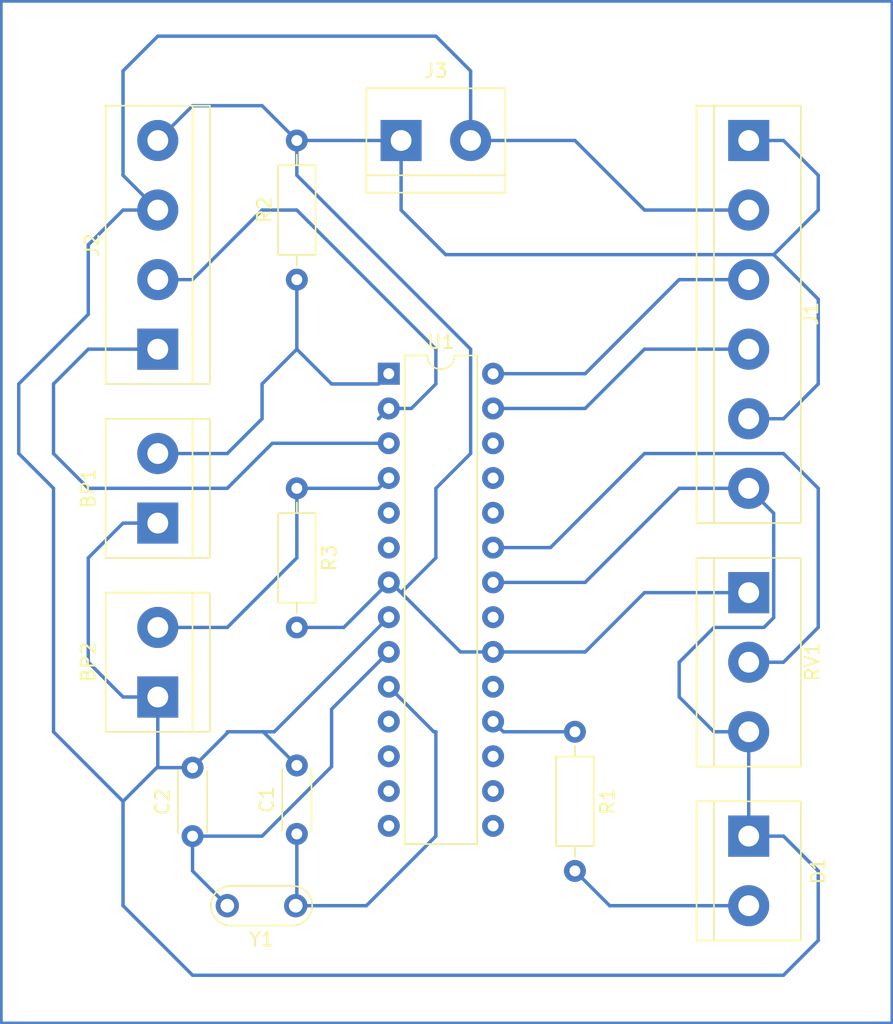
<source format=kicad_pcb>
(kicad_pcb (version 20221018) (generator pcbnew)
  (layers (0 "F.Cu" signal) (31 "B.Cu" signal) (34 "B.Paste" user) (35 "F.Paste" user) (36 "B.SilkS" user "B.Silkscreen") (37 "F.SilkS" user "F.Silkscreen") (38 "B.Mask" user) (39 "F.Mask" user) (44 "Edge.Cuts" user))
  (net 0 "")
  (net 1 "Net-(U1-~{RESET}{slash}PC6)")
  (net 2 "Net-(U1-PD2)")
  (net 3 "Net-(U1-XTAL2{slash}PB7)")
  (net 4 "OE")
  (net 5 "Net-(U1-XTAL1{slash}PB6)")
  (net 6 "Net-(D1-A)")
  (net 7 "V+")
  (net 8 "SCL")
  (net 9 "SDA")
  (net 10 "TXD")
  (net 11 "RXD")
  (net 12 "Net-(U1-PB4)")
  (net 13 "A0")
  (footprint "Capacitor_THT:C_Disc_D4.3mm_W1.9mm_P5.00mm" (layer "F.Cu") (at 130.81 119.38 90)
    (fp_text reference "C2" (at 2.5 -2.2 90) (layer "F.SilkS"))
    (fp_text value "22pF")
    (fp_line (start 0.23 -1.07) (end 0.23 -1.055) (stroke (width 0.12)) (layer "F.SilkS"))
    (fp_line (start 0.23 -1.07) (end 4.77 -1.07) (stroke (width 0.12)) (layer "F.SilkS"))
    (fp_line (start 0.23 1.055) (end 0.23 1.07) (stroke (width 0.12)) (layer "F.SilkS"))
    (fp_line (start 0.23 1.07) (end 4.77 1.07) (stroke (width 0.12)) (layer "F.SilkS"))
    (fp_line (start 4.77 -1.07) (end 4.77 -1.055) (stroke (width 0.12)) (layer "F.SilkS"))
    (fp_line (start 4.77 1.055) (end 4.77 1.07) (stroke (width 0.12)) (layer "F.SilkS"))
    (pad "1" thru_hole circle (at 0 0 90) (size 1.6 1.6) (drill 0.8) (layers "*.Cu" "*.Mask") (net 5 "Net-(U1-XTAL1{slash}PB6)"))
    (pad "2" thru_hole circle (at 5 0 90) (size 1.6 1.6) (drill 0.8) (layers "*.Cu" "*.Mask") (net 4 "OE"))
  )
  (footprint "Resistor_THT:R_Axial_DIN0207_L6.3mm_D2.5mm_P10.16mm_Horizontal" (layer "F.Cu") (at 158.75 111.76 -90)
    (fp_text reference "R1" (at 5.08 -2.37 90) (layer "F.SilkS"))
    (fp_text value "220")
    (fp_line (start 1.04 0) (end 1.81 0) (stroke (width 0.12)) (layer "F.SilkS"))
    (fp_line (start 1.81 -1.37) (end 1.81 1.37) (stroke (width 0.12)) (layer "F.SilkS"))
    (fp_line (start 1.81 1.37) (end 8.35 1.37) (stroke (width 0.12)) (layer "F.SilkS"))
    (fp_line (start 8.35 -1.37) (end 1.81 -1.37) (stroke (width 0.12)) (layer "F.SilkS"))
    (fp_line (start 8.35 1.37) (end 8.35 -1.37) (stroke (width 0.12)) (layer "F.SilkS"))
    (fp_line (start 9.12 0) (end 8.35 0) (stroke (width 0.12)) (layer "F.SilkS"))
    (pad "1" thru_hole circle (at 0 0 270) (size 1.6 1.6) (drill 0.8) (layers "*.Cu" "*.Mask") (net 12 "Net-(U1-PB4)"))
    (pad "2" thru_hole oval (at 10.16 0 270) (size 1.6 1.6) (drill 0.8) (layers "*.Cu" "*.Mask") (net 6 "Net-(D1-A)"))
  )
  (footprint "Capacitor_THT:C_Disc_D4.3mm_W1.9mm_P5.00mm" (layer "F.Cu") (at 138.43 119.22 90)
    (fp_text reference "C1" (at 2.5 -2.2 90) (layer "F.SilkS"))
    (fp_text value "22pF")
    (fp_line (start 0.23 -1.07) (end 0.23 -1.055) (stroke (width 0.12)) (layer "F.SilkS"))
    (fp_line (start 0.23 -1.07) (end 4.77 -1.07) (stroke (width 0.12)) (layer "F.SilkS"))
    (fp_line (start 0.23 1.055) (end 0.23 1.07) (stroke (width 0.12)) (layer "F.SilkS"))
    (fp_line (start 0.23 1.07) (end 4.77 1.07) (stroke (width 0.12)) (layer "F.SilkS"))
    (fp_line (start 4.77 -1.07) (end 4.77 -1.055) (stroke (width 0.12)) (layer "F.SilkS"))
    (fp_line (start 4.77 1.055) (end 4.77 1.07) (stroke (width 0.12)) (layer "F.SilkS"))
    (pad "1" thru_hole circle (at 0 0 90) (size 1.6 1.6) (drill 0.8) (layers "*.Cu" "*.Mask") (net 3 "Net-(U1-XTAL2{slash}PB7)"))
    (pad "2" thru_hole circle (at 5 0 90) (size 1.6 1.6) (drill 0.8) (layers "*.Cu" "*.Mask") (net 4 "OE"))
  )
  (footprint "Resistor_THT:R_Axial_DIN0207_L6.3mm_D2.5mm_P10.16mm_Horizontal" (layer "F.Cu") (at 138.43 78.74 90)
    (fp_text reference "R2" (at 5.08 -2.37 90) (layer "F.SilkS"))
    (fp_text value "1K")
    (fp_line (start 1.04 0) (end 1.81 0) (stroke (width 0.12)) (layer "F.SilkS"))
    (fp_line (start 1.81 -1.37) (end 1.81 1.37) (stroke (width 0.12)) (layer "F.SilkS"))
    (fp_line (start 1.81 1.37) (end 8.35 1.37) (stroke (width 0.12)) (layer "F.SilkS"))
    (fp_line (start 8.35 -1.37) (end 1.81 -1.37) (stroke (width 0.12)) (layer "F.SilkS"))
    (fp_line (start 8.35 1.37) (end 8.35 -1.37) (stroke (width 0.12)) (layer "F.SilkS"))
    (fp_line (start 9.12 0) (end 8.35 0) (stroke (width 0.12)) (layer "F.SilkS"))
    (pad "1" thru_hole circle (at 0 0 90) (size 1.6 1.6) (drill 0.8) (layers "*.Cu" "*.Mask") (net 1 "Net-(U1-~{RESET}{slash}PC6)"))
    (pad "2" thru_hole oval (at 10.16 0 90) (size 1.6 1.6) (drill 0.8) (layers "*.Cu" "*.Mask") (net 7 "V+"))
  )
  (footprint "Resistor_THT:R_Axial_DIN0207_L6.3mm_D2.5mm_P10.16mm_Horizontal" (layer "F.Cu") (at 138.43 93.98 -90)
    (fp_text reference "R3" (at 5.08 -2.37 90) (layer "F.SilkS"))
    (fp_text value "1K")
    (fp_line (start 1.04 0) (end 1.81 0) (stroke (width 0.12)) (layer "F.SilkS"))
    (fp_line (start 1.81 -1.37) (end 1.81 1.37) (stroke (width 0.12)) (layer "F.SilkS"))
    (fp_line (start 1.81 1.37) (end 8.35 1.37) (stroke (width 0.12)) (layer "F.SilkS"))
    (fp_line (start 8.35 -1.37) (end 1.81 -1.37) (stroke (width 0.12)) (layer "F.SilkS"))
    (fp_line (start 8.35 1.37) (end 8.35 -1.37) (stroke (width 0.12)) (layer "F.SilkS"))
    (fp_line (start 9.12 0) (end 8.35 0) (stroke (width 0.12)) (layer "F.SilkS"))
    (pad "1" thru_hole circle (at 0 0 270) (size 1.6 1.6) (drill 0.8) (layers "*.Cu" "*.Mask") (net 2 "Net-(U1-PD2)"))
    (pad "2" thru_hole oval (at 10.16 0 270) (size 1.6 1.6) (drill 0.8) (layers "*.Cu" "*.Mask") (net 7 "V+"))
  )
  (footprint "TerminalBlock:TerminalBlock_bornier-3_P5.08mm" (layer "F.Cu") (at 171.45 101.6 -90)
    (fp_text reference "RV1" (at 5.05 -4.65 90) (layer "F.SilkS"))
    (fp_text value "10K")
    (fp_line (start -2.54 -3.81) (end 12.7 -3.81) (stroke (width 0.12)) (layer "F.SilkS"))
    (fp_line (start -2.54 2.54) (end 12.7 2.54) (stroke (width 0.12)) (layer "F.SilkS"))
    (fp_line (start -2.54 3.81) (end -2.54 -3.81) (stroke (width 0.12)) (layer "F.SilkS"))
    (fp_line (start -2.54 3.81) (end 12.7 3.81) (stroke (width 0.12)) (layer "F.SilkS"))
    (fp_line (start 12.7 3.81) (end 12.7 -3.81) (stroke (width 0.12)) (layer "F.SilkS"))
    (pad "1" thru_hole rect (at 0 0 270) (size 3 3) (drill 1.52) (layers "*.Cu" "*.Mask") (net 7 "V+"))
    (pad "2" thru_hole circle (at 5.08 0 270) (size 3 3) (drill 1.52) (layers "*.Cu" "*.Mask") (net 13 "A0"))
    (pad "3" thru_hole circle (at 10.16 0 270) (size 3 3) (drill 1.52) (layers "*.Cu" "*.Mask") (net 4 "OE"))
  )
  (footprint "TerminalBlock:TerminalBlock_bornier-2_P5.08mm" (layer "F.Cu") (at 128.27 109.22 90)
    (fp_text reference "BP2" (at 2.54 -5.08 90) (layer "F.SilkS"))
    (fp_text value "ARRET")
    (fp_line (start -2.54 -3.81) (end -2.54 3.81) (stroke (width 0.12)) (layer "F.SilkS"))
    (fp_line (start -2.54 3.81) (end 7.62 3.81) (stroke (width 0.12)) (layer "F.SilkS"))
    (fp_line (start 7.62 -3.81) (end -2.54 -3.81) (stroke (width 0.12)) (layer "F.SilkS"))
    (fp_line (start 7.62 2.54) (end -2.54 2.54) (stroke (width 0.12)) (layer "F.SilkS"))
    (fp_line (start 7.62 3.81) (end 7.62 -3.81) (stroke (width 0.12)) (layer "F.SilkS"))
    (pad "1" thru_hole rect (at 0 0 90) (size 3 3) (drill 1.52) (layers "*.Cu" "*.Mask") (net 4 "OE"))
    (pad "2" thru_hole circle (at 5.08 0 90) (size 3 3) (drill 1.52) (layers "*.Cu" "*.Mask") (net 2 "Net-(U1-PD2)"))
  )
  (footprint "TerminalBlock:TerminalBlock_bornier-2_P5.08mm" (layer "F.Cu") (at 146.05 68.58)
    (fp_text reference "J3" (at 2.54 -5.08) (layer "F.SilkS"))
    (fp_text value "+5V")
    (fp_line (start -2.54 -3.81) (end -2.54 3.81) (stroke (width 0.12)) (layer "F.SilkS"))
    (fp_line (start -2.54 3.81) (end 7.62 3.81) (stroke (width 0.12)) (layer "F.SilkS"))
    (fp_line (start 7.62 -3.81) (end -2.54 -3.81) (stroke (width 0.12)) (layer "F.SilkS"))
    (fp_line (start 7.62 2.54) (end -2.54 2.54) (stroke (width 0.12)) (layer "F.SilkS"))
    (fp_line (start 7.62 3.81) (end 7.62 -3.81) (stroke (width 0.12)) (layer "F.SilkS"))
    (pad "1" thru_hole rect (at 0 0) (size 3 3) (drill 1.52) (layers "*.Cu" "*.Mask") (net 7 "V+"))
    (pad "2" thru_hole circle (at 5.08 0) (size 3 3) (drill 1.52) (layers "*.Cu" "*.Mask") (net 4 "OE"))
  )
  (footprint "TerminalBlock:TerminalBlock_bornier-2_P5.08mm" (layer "F.Cu") (at 171.45 119.38 -90)
    (fp_text reference "D1" (at 2.54 -5.08 90) (layer "F.SilkS"))
    (fp_text value "LED")
    (fp_line (start -2.54 -3.81) (end -2.54 3.81) (stroke (width 0.12)) (layer "F.SilkS"))
    (fp_line (start -2.54 3.81) (end 7.62 3.81) (stroke (width 0.12)) (layer "F.SilkS"))
    (fp_line (start 7.62 -3.81) (end -2.54 -3.81) (stroke (width 0.12)) (layer "F.SilkS"))
    (fp_line (start 7.62 2.54) (end -2.54 2.54) (stroke (width 0.12)) (layer "F.SilkS"))
    (fp_line (start 7.62 3.81) (end 7.62 -3.81) (stroke (width 0.12)) (layer "F.SilkS"))
    (pad "1" thru_hole rect (at 0 0 270) (size 3 3) (drill 1.52) (layers "*.Cu" "*.Mask") (net 4 "OE"))
    (pad "2" thru_hole circle (at 5.08 0 270) (size 3 3) (drill 1.52) (layers "*.Cu" "*.Mask") (net 6 "Net-(D1-A)"))
  )
  (footprint "TerminalBlock:TerminalBlock_bornier-2_P5.08mm" (layer "F.Cu") (at 128.27 96.52 90)
    (fp_text reference "BP1" (at 2.54 -5.08 90) (layer "F.SilkS"))
    (fp_text value "RESET")
    (fp_line (start -2.54 -3.81) (end -2.54 3.81) (stroke (width 0.12)) (layer "F.SilkS"))
    (fp_line (start -2.54 3.81) (end 7.62 3.81) (stroke (width 0.12)) (layer "F.SilkS"))
    (fp_line (start 7.62 -3.81) (end -2.54 -3.81) (stroke (width 0.12)) (layer "F.SilkS"))
    (fp_line (start 7.62 2.54) (end -2.54 2.54) (stroke (width 0.12)) (layer "F.SilkS"))
    (fp_line (start 7.62 3.81) (end 7.62 -3.81) (stroke (width 0.12)) (layer "F.SilkS"))
    (pad "1" thru_hole rect (at 0 0 90) (size 3 3) (drill 1.52) (layers "*.Cu" "*.Mask") (net 4 "OE"))
    (pad "2" thru_hole circle (at 5.08 0 90) (size 3 3) (drill 1.52) (layers "*.Cu" "*.Mask") (net 1 "Net-(U1-~{RESET}{slash}PC6)"))
  )
  (footprint "Package_DIP:DIP-28_W7.62mm" (layer "F.Cu") (at 145.15 85.61)
    (fp_text reference "U1" (at 3.81 -2.33) (layer "F.SilkS"))
    (fp_text value "ATmega328-P")
    (fp_line (start 1.16 -1.33) (end 1.16 34.35) (stroke (width 0.12)) (layer "F.SilkS"))
    (fp_line (start 1.16 34.35) (end 6.46 34.35) (stroke (width 0.12)) (layer "F.SilkS"))
    (fp_line (start 2.81 -1.33) (end 1.16 -1.33) (stroke (width 0.12)) (layer "F.SilkS"))
    (fp_line (start 6.46 -1.33) (end 4.81 -1.33) (stroke (width 0.12)) (layer "F.SilkS"))
    (fp_line (start 6.46 34.35) (end 6.46 -1.33) (stroke (width 0.12)) (layer "F.SilkS"))
    (fp_arc (start 4.81 -1.33) (mid 3.81 -0.33) (end 2.81 -1.33) (stroke (width 0.12)) (layer "F.SilkS"))
    (pad "1" thru_hole rect (at 0 0) (size 1.6 1.6) (drill 0.8) (layers "*.Cu" "*.Mask") (net 1 "Net-(U1-~{RESET}{slash}PC6)"))
    (pad "2" thru_hole oval (at 0 2.54) (size 1.6 1.6) (drill 0.8) (layers "*.Cu" "*.Mask") (net 11 "RXD"))
    (pad "3" thru_hole oval (at 0 5.08) (size 1.6 1.6) (drill 0.8) (layers "*.Cu" "*.Mask") (net 10 "TXD"))
    (pad "4" thru_hole oval (at 0 7.62) (size 1.6 1.6) (drill 0.8) (layers "*.Cu" "*.Mask") (net 2 "Net-(U1-PD2)"))
    (pad "5" thru_hole oval (at 0 10.16) (size 1.6 1.6) (drill 0.8) (layers "*.Cu" "*.Mask"))
    (pad "6" thru_hole oval (at 0 12.7) (size 1.6 1.6) (drill 0.8) (layers "*.Cu" "*.Mask"))
    (pad "7" thru_hole oval (at 0 15.24) (size 1.6 1.6) (drill 0.8) (layers "*.Cu" "*.Mask") (net 7 "V+"))
    (pad "8" thru_hole oval (at 0 17.78) (size 1.6 1.6) (drill 0.8) (layers "*.Cu" "*.Mask") (net 4 "OE"))
    (pad "9" thru_hole oval (at 0 20.32) (size 1.6 1.6) (drill 0.8) (layers "*.Cu" "*.Mask") (net 5 "Net-(U1-XTAL1{slash}PB6)"))
    (pad "10" thru_hole oval (at 0 22.86) (size 1.6 1.6) (drill 0.8) (layers "*.Cu" "*.Mask") (net 3 "Net-(U1-XTAL2{slash}PB7)"))
    (pad "11" thru_hole oval (at 0 25.4) (size 1.6 1.6) (drill 0.8) (layers "*.Cu" "*.Mask"))
    (pad "12" thru_hole oval (at 0 27.94) (size 1.6 1.6) (drill 0.8) (layers "*.Cu" "*.Mask"))
    (pad "13" thru_hole oval (at 0 30.48) (size 1.6 1.6) (drill 0.8) (layers "*.Cu" "*.Mask"))
    (pad "14" thru_hole oval (at 0 33.02) (size 1.6 1.6) (drill 0.8) (layers "*.Cu" "*.Mask"))
    (pad "15" thru_hole oval (at 7.62 33.02) (size 1.6 1.6) (drill 0.8) (layers "*.Cu" "*.Mask"))
    (pad "16" thru_hole oval (at 7.62 30.48) (size 1.6 1.6) (drill 0.8) (layers "*.Cu" "*.Mask"))
    (pad "17" thru_hole oval (at 7.62 27.94) (size 1.6 1.6) (drill 0.8) (layers "*.Cu" "*.Mask"))
    (pad "18" thru_hole oval (at 7.62 25.4) (size 1.6 1.6) (drill 0.8) (layers "*.Cu" "*.Mask") (net 12 "Net-(U1-PB4)"))
    (pad "19" thru_hole oval (at 7.62 22.86) (size 1.6 1.6) (drill 0.8) (layers "*.Cu" "*.Mask"))
    (pad "20" thru_hole oval (at 7.62 20.32) (size 1.6 1.6) (drill 0.8) (layers "*.Cu" "*.Mask") (net 7 "V+"))
    (pad "21" thru_hole oval (at 7.62 17.78) (size 1.6 1.6) (drill 0.8) (layers "*.Cu" "*.Mask"))
    (pad "22" thru_hole oval (at 7.62 15.24) (size 1.6 1.6) (drill 0.8) (layers "*.Cu" "*.Mask") (net 4 "OE"))
    (pad "23" thru_hole oval (at 7.62 12.7) (size 1.6 1.6) (drill 0.8) (layers "*.Cu" "*.Mask") (net 13 "A0"))
    (pad "24" thru_hole oval (at 7.62 10.16) (size 1.6 1.6) (drill 0.8) (layers "*.Cu" "*.Mask"))
    (pad "25" thru_hole oval (at 7.62 7.62) (size 1.6 1.6) (drill 0.8) (layers "*.Cu" "*.Mask"))
    (pad "26" thru_hole oval (at 7.62 5.08) (size 1.6 1.6) (drill 0.8) (layers "*.Cu" "*.Mask"))
    (pad "27" thru_hole oval (at 7.62 2.54) (size 1.6 1.6) (drill 0.8) (layers "*.Cu" "*.Mask") (net 9 "SDA"))
    (pad "28" thru_hole oval (at 7.62 0) (size 1.6 1.6) (drill 0.8) (layers "*.Cu" "*.Mask") (net 8 "SCL"))
  )
  (footprint "Crystal:Resonator-2Pin_W7.0mm_H2.5mm" (layer "F.Cu") (at 138.35 124.46 180)
    (fp_text reference "Y1" (at 2.5 -2.45) (layer "F.SilkS"))
    (fp_text value "Quartz")
    (fp_line (start 0.25 -1.45) (end 4.75 -1.45) (stroke (width 0.12)) (layer "F.SilkS"))
    (fp_line (start 0.25 1.45) (end 4.75 1.45) (stroke (width 0.12)) (layer "F.SilkS"))
    (fp_arc (start 0.25 1.45) (mid -1.2 0) (end 0.25 -1.45) (stroke (width 0.12)) (layer "F.SilkS"))
    (fp_arc (start 4.75 -1.45) (mid 6.2 0) (end 4.75 1.45) (stroke (width 0.12)) (layer "F.SilkS"))
    (pad "1" thru_hole circle (at 0 0 180) (size 1.7 1.7) (drill 1) (layers "*.Cu" "*.Mask") (net 3 "Net-(U1-XTAL2{slash}PB7)"))
    (pad "2" thru_hole circle (at 5 0 180) (size 1.7 1.7) (drill 1) (layers "*.Cu" "*.Mask") (net 5 "Net-(U1-XTAL1{slash}PB6)"))
  )
  (footprint "TerminalBlock:TerminalBlock_bornier-4_P5.08mm" (layer "F.Cu") (at 128.27 83.82 90)
    (fp_text reference "J2" (at 7.6 -4.8 90) (layer "F.SilkS"))
    (fp_text value "FTDI")
    (fp_line (start -2.54 -3.81) (end -2.54 3.81) (stroke (width 0.12)) (layer "F.SilkS"))
    (fp_line (start -2.54 -3.81) (end 17.78 -3.81) (stroke (width 0.12)) (layer "F.SilkS"))
    (fp_line (start -2.54 3.81) (end 17.78 3.81) (stroke (width 0.12)) (layer "F.SilkS"))
    (fp_line (start 17.78 2.54) (end -2.54 2.54) (stroke (width 0.12)) (layer "F.SilkS"))
    (fp_line (start 17.78 3.81) (end 17.78 -3.81) (stroke (width 0.12)) (layer "F.SilkS"))
    (pad "1" thru_hole rect (at 0 0 90) (size 3 3) (drill 1.52) (layers "*.Cu" "*.Mask") (net 10 "TXD"))
    (pad "2" thru_hole circle (at 5.08 0 90) (size 3 3) (drill 1.52) (layers "*.Cu" "*.Mask") (net 11 "RXD"))
    (pad "3" thru_hole circle (at 10.16 0 90) (size 3 3) (drill 1.52) (layers "*.Cu" "*.Mask") (net 4 "OE"))
    (pad "4" thru_hole circle (at 15.24 0 90) (size 3 3) (drill 1.52) (layers "*.Cu" "*.Mask") (net 7 "V+"))
  )
  (footprint "TerminalBlock:TerminalBlock_bornier-6_P5.08mm" (layer "F.Cu") (at 171.45 68.58 -90)
    (fp_text reference "J1" (at 12.65 -4.55 90) (layer "F.SilkS"))
    (fp_text value "PCA9685")
    (fp_line (start -2.54 -3.81) (end -2.54 3.81) (stroke (width 0.12)) (layer "F.SilkS"))
    (fp_line (start -2.54 -3.81) (end 27.94 -3.81) (stroke (width 0.12)) (layer "F.SilkS"))
    (fp_line (start -2.54 2.54) (end 27.94 2.54) (stroke (width 0.12)) (layer "F.SilkS"))
    (fp_line (start -2.54 3.81) (end 27.94 3.81) (stroke (width 0.12)) (layer "F.SilkS"))
    (fp_line (start 27.94 3.81) (end 27.94 -3.81) (stroke (width 0.12)) (layer "F.SilkS"))
    (pad "1" thru_hole rect (at 0 0 270) (size 3 3) (drill 1.52) (layers "*.Cu" "*.Mask") (net 7 "V+"))
    (pad "2" thru_hole circle (at 5.08 0 270) (size 3 3) (drill 1.52) (layers "*.Cu" "*.Mask") (net 4 "OE"))
    (pad "3" thru_hole circle (at 10.16 0 270) (size 3 3) (drill 1.52) (layers "*.Cu" "*.Mask") (net 8 "SCL"))
    (pad "4" thru_hole circle (at 15.24 0 270) (size 3 3) (drill 1.52) (layers "*.Cu" "*.Mask") (net 9 "SDA"))
    (pad "5" thru_hole circle (at 20.32 0 270) (size 3 3) (drill 1.52) (layers "*.Cu" "*.Mask") (net 7 "V+"))
    (pad "6" thru_hole circle (at 25.4 0 270) (size 3 3) (drill 1.52) (layers "*.Cu" "*.Mask") (net 4 "OE"))
  )
  (gr_rect (start 116.84 58.42) (end 181.91 133.02) (stroke (width 0.2)) (fill none) (layer "B.Cu"))
  (segment (start 135.89 86.36) (end 135.89 88.9) (width 0.25) (layer "B.Cu") (net 1))
  (segment (start 138.43 83.82) (end 135.89 86.36) (width 0.25) (layer "B.Cu") (net 1))
  (segment (start 133.35 91.44) (end 128.27 91.44) (width 0.25) (layer "B.Cu") (net 1))
  (segment (start 138.43 83.82) (end 140.97 86.36) (width 0.25) (layer "B.Cu") (net 1))
  (segment (start 135.89 88.9) (end 133.35 91.44) (width 0.25) (layer "B.Cu") (net 1))
  (segment (start 144.4 86.36) (end 145.15 85.61) (width 0.25) (layer "B.Cu") (net 1))
  (segment (start 140.97 86.36) (end 144.4 86.36) (width 0.25) (layer "B.Cu") (net 1))
  (segment (start 138.43 78.74) (end 138.43 83.82) (width 0.25) (layer "B.Cu") (net 1))
  (segment (start 138.43 93.98) (end 138.43 99.06) (width 0.25) (layer "B.Cu") (net 2))
  (segment (start 138.43 93.98) (end 144.4 93.98) (width 0.25) (layer "B.Cu") (net 2))
  (segment (start 133.35 104.14) (end 128.27 104.14) (width 0.25) (layer "B.Cu") (net 2))
  (segment (start 144.4 93.98) (end 145.15 93.23) (width 0.25) (layer "B.Cu") (net 2))
  (segment (start 138.43 99.06) (end 133.35 104.14) (width 0.25) (layer "B.Cu") (net 2))
  (segment (start 138.35 124.46) (end 143.51 124.46) (width 0.25) (layer "B.Cu") (net 3))
  (segment (start 143.51 124.46) (end 148.59 119.38) (width 0.25) (layer "B.Cu") (net 3))
  (segment (start 138.43 119.22) (end 138.43 124.38) (width 0.25) (layer "B.Cu") (net 3))
  (segment (start 148.59 111.76) (end 148.44 111.76) (width 0.25) (layer "B.Cu") (net 3))
  (segment (start 148.44 111.76) (end 145.15 108.47) (width 0.25) (layer "B.Cu") (net 3))
  (segment (start 148.59 119.38) (end 148.59 111.76) (width 0.25) (layer "B.Cu") (net 3))
  (segment (start 138.43 124.38) (end 138.35 124.46) (width 0.25) (layer "B.Cu") (net 3))
  (segment (start 173.275 103.425) (end 172.56 104.14) (width 0.25) (layer "B.Cu") (net 4))
  (segment (start 166.37 109.22) (end 168.91 111.76) (width 0.25) (layer "B.Cu") (net 4))
  (segment (start 118.11 86.36) (end 123.19 81.28) (width 0.25) (layer "B.Cu") (net 4))
  (segment (start 130.81 129.54) (end 173.99 129.54) (width 0.25) (layer "B.Cu") (net 4))
  (segment (start 135.89 111.76) (end 135.97 111.76) (width 0.25) (layer "B.Cu") (net 4))
  (segment (start 158.75 68.58) (end 163.83 73.66) (width 0.25) (layer "B.Cu") (net 4))
  (segment (start 125.73 116.84) (end 125.73 124.46) (width 0.25) (layer "B.Cu") (net 4))
  (segment (start 166.37 93.98) (end 159.5 100.85) (width 0.25) (layer "B.Cu") (net 4))
  (segment (start 125.73 73.66) (end 128.27 73.66) (width 0.25) (layer "B.Cu") (net 4))
  (segment (start 159.5 100.85) (end 152.77 100.85) (width 0.25) (layer "B.Cu") (net 4))
  (segment (start 130.81 114.38) (end 128.19 114.38) (width 0.25) (layer "B.Cu") (net 4))
  (segment (start 130.81 114.38) (end 133.35 111.84) (width 0.25) (layer "B.Cu") (net 4))
  (segment (start 125.73 109.22) (end 128.27 109.22) (width 0.25) (layer "B.Cu") (net 4))
  (segment (start 171.45 93.98) (end 173.275 95.805) (width 0.25) (layer "B.Cu") (net 4))
  (segment (start 136.78 111.76) (end 145.15 103.39) (width 0.25) (layer "B.Cu") (net 4))
  (segment (start 125.73 116.84) (end 120.65 111.76) (width 0.25) (layer "B.Cu") (net 4))
  (segment (start 123.19 76.2) (end 125.73 73.66) (width 0.25) (layer "B.Cu") (net 4))
  (segment (start 128.27 73.66) (end 125.73 71.12) (width 0.25) (layer "B.Cu") (net 4))
  (segment (start 176.53 121.92) (end 173.99 119.38) (width 0.25) (layer "B.Cu") (net 4))
  (segment (start 128.27 114.3) (end 128.19 114.38) (width 0.25) (layer "B.Cu") (net 4))
  (segment (start 125.73 71.12) (end 125.73 63.5) (width 0.25) (layer "B.Cu") (net 4))
  (segment (start 123.19 99.06) (end 123.19 106.68) (width 0.25) (layer "B.Cu") (net 4))
  (segment (start 176.53 127) (end 176.53 121.92) (width 0.25) (layer "B.Cu") (net 4))
  (segment (start 171.45 111.76) (end 171.45 119.38) (width 0.25) (layer "B.Cu") (net 4))
  (segment (start 133.35 111.76) (end 135.89 111.76) (width 0.25) (layer "B.Cu") (net 4))
  (segment (start 128.27 109.22) (end 128.27 114.3) (width 0.25) (layer "B.Cu") (net 4))
  (segment (start 128.27 60.96) (end 148.59 60.96) (width 0.25) (layer "B.Cu") (net 4))
  (segment (start 135.97 111.76) (end 138.43 114.22) (width 0.25) (layer "B.Cu") (net 4))
  (segment (start 151.13 68.58) (end 158.75 68.58) (width 0.25) (layer "B.Cu") (net 4))
  (segment (start 171.45 93.98) (end 166.37 93.98) (width 0.25) (layer "B.Cu") (net 4))
  (segment (start 163.83 73.66) (end 171.45 73.66) (width 0.25) (layer "B.Cu") (net 4))
  (segment (start 173.99 129.54) (end 176.53 127) (width 0.25) (layer "B.Cu") (net 4))
  (segment (start 173.275 95.805) (end 173.275 103.425) (width 0.25) (layer "B.Cu") (net 4))
  (segment (start 151.13 63.5) (end 151.13 68.58) (width 0.25) (layer "B.Cu") (net 4))
  (segment (start 120.65 111.76) (end 120.65 93.98) (width 0.25) (layer "B.Cu") (net 4))
  (segment (start 128.27 96.52) (end 125.73 96.52) (width 0.25) (layer "B.Cu") (net 4))
  (segment (start 172.56 104.14) (end 168.91 104.14) (width 0.25) (layer "B.Cu") (net 4))
  (segment (start 135.89 111.76) (end 136.78 111.76) (width 0.25) (layer "B.Cu") (net 4))
  (segment (start 118.11 91.44) (end 118.11 86.36) (width 0.25) (layer "B.Cu") (net 4))
  (segment (start 166.37 106.68) (end 166.37 109.22) (width 0.25) (layer "B.Cu") (net 4))
  (segment (start 173.99 119.38) (end 171.45 119.38) (width 0.25) (layer "B.Cu") (net 4))
  (segment (start 120.65 93.98) (end 118.11 91.44) (width 0.25) (layer "B.Cu") (net 4))
  (segment (start 168.91 111.76) (end 171.45 111.76) (width 0.25) (layer "B.Cu") (net 4))
  (segment (start 125.73 96.52) (end 123.19 99.06) (width 0.25) (layer "B.Cu") (net 4))
  (segment (start 168.91 104.14) (end 166.37 106.68) (width 0.25) (layer "B.Cu") (net 4))
  (segment (start 123.19 81.28) (end 123.19 76.2) (width 0.25) (layer "B.Cu") (net 4))
  (segment (start 125.73 63.5) (end 128.27 60.96) (width 0.25) (layer "B.Cu") (net 4))
  (segment (start 133.35 111.84) (end 133.35 111.76) (width 0.25) (layer "B.Cu") (net 4))
  (segment (start 125.73 124.46) (end 130.81 129.54) (width 0.25) (layer "B.Cu") (net 4))
  (segment (start 123.19 106.68) (end 125.73 109.22) (width 0.25) (layer "B.Cu") (net 4))
  (segment (start 128.19 114.38) (end 125.73 116.84) (width 0.25) (layer "B.Cu") (net 4))
  (segment (start 148.59 60.96) (end 151.13 63.5) (width 0.25) (layer "B.Cu") (net 4))
  (segment (start 140.97 114.3) (end 140.97 110.11) (width 0.25) (layer "B.Cu") (net 5))
  (segment (start 130.81 121.92) (end 130.81 119.38) (width 0.25) (layer "B.Cu") (net 5))
  (segment (start 140.97 110.11) (end 145.15 105.93) (width 0.25) (layer "B.Cu") (net 5))
  (segment (start 135.89 119.38) (end 140.97 114.3) (width 0.25) (layer "B.Cu") (net 5))
  (segment (start 133.35 124.46) (end 130.81 121.92) (width 0.25) (layer "B.Cu") (net 5))
  (segment (start 130.81 119.38) (end 135.89 119.38) (width 0.25) (layer "B.Cu") (net 5))
  (segment (start 171.45 124.46) (end 161.29 124.46) (width 0.25) (layer "B.Cu") (net 6))
  (segment (start 161.29 124.46) (end 158.75 121.92) (width 0.25) (layer "B.Cu") (net 6))
  (segment (start 138.43 68.58) (end 146.05 68.58) (width 0.25) (layer "B.Cu") (net 7))
  (segment (start 148.59 93.98) (end 148.59 99.06) (width 0.25) (layer "B.Cu") (net 7))
  (segment (start 149.305 76.915) (end 146.05 73.66) (width 0.25) (layer "B.Cu") (net 7))
  (segment (start 151.13 83.82) (end 151.13 91.44) (width 0.25) (layer "B.Cu") (net 7))
  (segment (start 150.38 105.93) (end 152.77 105.93) (width 0.25) (layer "B.Cu") (net 7))
  (segment (start 146.05 101.6) (end 145.3 100.85) (width 0.25) (layer "B.Cu") (net 7))
  (segment (start 138.43 71.12) (end 151.13 83.82) (width 0.25) (layer "B.Cu") (net 7))
  (segment (start 138.43 68.58) (end 138.43 71.12) (width 0.25) (layer "B.Cu") (net 7))
  (segment (start 130.81 66.04) (end 135.89 66.04) (width 0.25) (layer "B.Cu") (net 7))
  (segment (start 146.05 101.6) (end 150.38 105.93) (width 0.25) (layer "B.Cu") (net 7))
  (segment (start 128.27 68.58) (end 130.81 66.04) (width 0.25) (layer "B.Cu") (net 7))
  (segment (start 173.99 68.58) (end 176.53 71.12) (width 0.25) (layer "B.Cu") (net 7))
  (segment (start 173.99 88.9) (end 171.45 88.9) (width 0.25) (layer "B.Cu") (net 7))
  (segment (start 159.5 105.93) (end 152.77 105.93) (width 0.25) (layer "B.Cu") (net 7))
  (segment (start 146.05 73.66) (end 146.05 68.58) (width 0.25) (layer "B.Cu") (net 7))
  (segment (start 138.43 104.14) (end 141.86 104.14) (width 0.25) (layer "B.Cu") (net 7))
  (segment (start 135.89 66.04) (end 138.43 68.58) (width 0.25) (layer "B.Cu") (net 7))
  (segment (start 176.53 71.12) (end 176.53 73.66) (width 0.25) (layer "B.Cu") (net 7))
  (segment (start 173.275 76.915) (end 176.53 80.17) (width 0.25) (layer "B.Cu") (net 7))
  (segment (start 176.53 73.66) (end 173.275 76.915) (width 0.25) (layer "B.Cu") (net 7))
  (segment (start 163.83 101.6) (end 159.5 105.93) (width 0.25) (layer "B.Cu") (net 7))
  (segment (start 171.45 68.58) (end 173.99 68.58) (width 0.25) (layer "B.Cu") (net 7))
  (segment (start 145.3 100.85) (end 145.15 100.85) (width 0.25) (layer "B.Cu") (net 7))
  (segment (start 176.53 80.17) (end 176.53 86.36) (width 0.25) (layer "B.Cu") (net 7))
  (segment (start 173.275 76.915) (end 149.305 76.915) (width 0.25) (layer "B.Cu") (net 7))
  (segment (start 148.59 99.06) (end 146.05 101.6) (width 0.25) (layer "B.Cu") (net 7))
  (segment (start 151.13 91.44) (end 148.59 93.98) (width 0.25) (layer "B.Cu") (net 7))
  (segment (start 141.86 104.14) (end 145.15 100.85) (width 0.25) (layer "B.Cu") (net 7))
  (segment (start 171.45 101.6) (end 163.83 101.6) (width 0.25) (layer "B.Cu") (net 7))
  (segment (start 176.53 86.36) (end 173.99 88.9) (width 0.25) (layer "B.Cu") (net 7))
  (segment (start 152.77 85.61) (end 159.5 85.61) (width 0.25) (layer "B.Cu") (net 8))
  (segment (start 159.5 85.61) (end 166.37 78.74) (width 0.25) (layer "B.Cu") (net 8))
  (segment (start 166.37 78.74) (end 171.45 78.74) (width 0.25) (layer "B.Cu") (net 8))
  (segment (start 159.5 88.15) (end 152.77 88.15) (width 0.25) (layer "B.Cu") (net 9))
  (segment (start 171.45 83.82) (end 163.83 83.82) (width 0.25) (layer "B.Cu") (net 9))
  (segment (start 163.83 83.82) (end 159.5 88.15) (width 0.25) (layer "B.Cu") (net 9))
  (segment (start 120.65 91.44) (end 123.19 93.98) (width 0.25) (layer "B.Cu") (net 10))
  (segment (start 128.27 83.82) (end 123.19 83.82) (width 0.25) (layer "B.Cu") (net 10))
  (segment (start 133.35 93.98) (end 136.64 90.69) (width 0.25) (layer "B.Cu") (net 10))
  (segment (start 136.64 90.69) (end 145.15 90.69) (width 0.25) (layer "B.Cu") (net 10))
  (segment (start 120.65 86.36) (end 120.65 91.44) (width 0.25) (layer "B.Cu") (net 10))
  (segment (start 123.19 93.98) (end 133.35 93.98) (width 0.25) (layer "B.Cu") (net 10))
  (segment (start 123.19 83.82) (end 120.65 86.36) (width 0.25) (layer "B.Cu") (net 10))
  (segment (start 146.8 88.15) (end 145.15 88.15) (width 0.25) (layer "B.Cu") (net 11))
  (segment (start 148.59 83.82) (end 148.59 86.36) (width 0.25) (layer "B.Cu") (net 11))
  (segment (start 148.59 86.36) (end 146.8 88.15) (width 0.25) (layer "B.Cu") (net 11))
  (segment (start 144.4 88.9) (end 145.15 88.15) (width 0.25) (layer "B.Cu") (net 11))
  (segment (start 135.89 73.66) (end 138.43 73.66) (width 0.25) (layer "B.Cu") (net 11))
  (segment (start 130.81 78.74) (end 135.89 73.66) (width 0.25) (layer "B.Cu") (net 11))
  (segment (start 138.43 73.66) (end 148.59 83.82) (width 0.25) (layer "B.Cu") (net 11))
  (segment (start 128.27 78.74) (end 130.81 78.74) (width 0.25) (layer "B.Cu") (net 11))
  (segment (start 153.52 111.76) (end 152.77 111.01) (width 0.25) (layer "B.Cu") (net 12))
  (segment (start 158.75 111.76) (end 153.52 111.76) (width 0.25) (layer "B.Cu") (net 12))
  (segment (start 163.83 91.44) (end 156.96 98.31) (width 0.25) (layer "B.Cu") (net 13))
  (segment (start 176.53 104.14) (end 176.53 93.98) (width 0.25) (layer "B.Cu") (net 13))
  (segment (start 176.53 93.98) (end 173.99 91.44) (width 0.25) (layer "B.Cu") (net 13))
  (segment (start 173.99 91.44) (end 163.83 91.44) (width 0.25) (layer "B.Cu") (net 13))
  (segment (start 171.45 106.68) (end 173.99 106.68) (width 0.25) (layer "B.Cu") (net 13))
  (segment (start 156.96 98.31) (end 152.77 98.31) (width 0.25) (layer "B.Cu") (net 13))
  (segment (start 173.99 106.68) (end 176.53 104.14) (width 0.25) (layer "B.Cu") (net 13))
)
</source>
